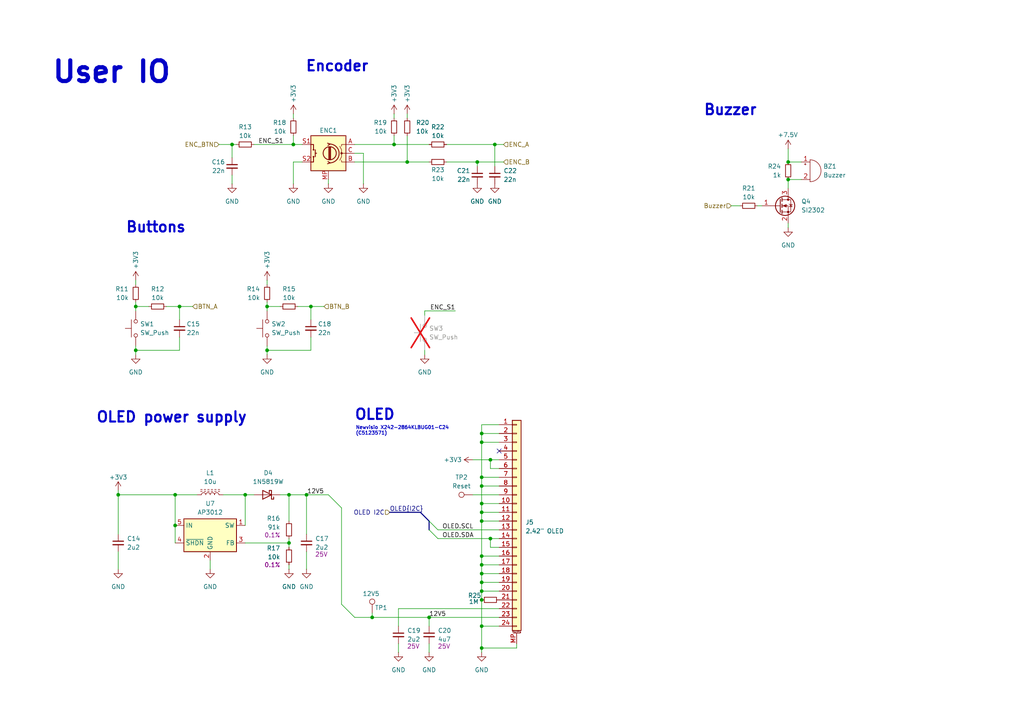
<source format=kicad_sch>
(kicad_sch (version 20241209) (generator "eeschema") (generator_version "9.0")
  (paper "A4")
  (lib_symbols
    (symbol "Connector:TestPoint" (pin_numbers (hide yes)) (pin_names (offset 0.762) (hide yes))
      (property "Reference" "TP" (at 0 6.858 0))
      (property "Value" "TestPoint" (at 0 5.08 0))
      (symbol "TestPoint_0_1"
        (circle (center 0 3.302) (radius 0.762))
      )
      (symbol "TestPoint_1_1"
        (pin passive line (at 0 0 90) (length 2.54) (name "1") (number "1"))
      )
    )
    (symbol "Connector_Generic_MountingPin:Conn_01x24_MountingPin" (pin_names (offset 1.016) (hide yes))
      (property "Reference" "J" (at 0 30.48 0))
      (property "Value" "Conn_01x24_MountingPin" (at 1.27 -33.02 0))
      (symbol "Conn_01x24_MountingPin_1_1"
        (rectangle (start -1.27 29.21) (end 1.27 -31.75) (stroke (width 0.254)) (fill (type background)))
        (rectangle (start -1.27 28.067) (end 0 27.813) (stroke (width 0.1524)))
        (rectangle (start -1.27 25.527) (end 0 25.273) (stroke (width 0.1524)))
        (rectangle (start -1.27 22.987) (end 0 22.733) (stroke (width 0.1524)))
        (rectangle (start -1.27 20.447) (end 0 20.193) (stroke (width 0.1524)))
        (rectangle (start -1.27 17.907) (end 0 17.653) (stroke (width 0.1524)))
        (rectangle (start -1.27 15.367) (end 0 15.113) (stroke (width 0.1524)))
        (rectangle (start -1.27 12.827) (end 0 12.573) (stroke (width 0.1524)))
        (rectangle (start -1.27 10.287) (end 0 10.033) (stroke (width 0.1524)))
        (rectangle (start -1.27 7.747) (end 0 7.493) (stroke (width 0.1524)))
        (rectangle (start -1.27 5.207) (end 0 4.953) (stroke (width 0.1524)))
        (rectangle (start -1.27 2.667) (end 0 2.413) (stroke (width 0.1524)))
        (rectangle (start -1.27 0.127) (end 0 -0.127) (stroke (width 0.1524)))
        (rectangle (start -1.27 -2.413) (end 0 -2.667) (stroke (width 0.1524)))
        (rectangle (start -1.27 -4.953) (end 0 -5.207) (stroke (width 0.1524)))
        (rectangle (start -1.27 -7.493) (end 0 -7.747) (stroke (width 0.1524)))
        (rectangle (start -1.27 -10.033) (end 0 -10.287) (stroke (width 0.1524)))
        (rectangle (start -1.27 -12.573) (end 0 -12.827) (stroke (width 0.1524)))
        (rectangle (start -1.27 -15.113) (end 0 -15.367) (stroke (width 0.1524)))
        (rectangle (start -1.27 -17.653) (end 0 -17.907) (stroke (width 0.1524)))
        (rectangle (start -1.27 -20.193) (end 0 -20.447) (stroke (width 0.1524)))
        (rectangle (start -1.27 -22.733) (end 0 -22.987) (stroke (width 0.1524)))
        (rectangle (start -1.27 -25.273) (end 0 -25.527) (stroke (width 0.1524)))
        (rectangle (start -1.27 -27.813) (end 0 -28.067) (stroke (width 0.1524)))
        (rectangle (start -1.27 -30.353) (end 0 -30.607) (stroke (width 0.1524)))
        (polyline (pts (xy -1.016 -32.512) (xy 1.016 -32.512)) (stroke (width 0.1524)))
        (text "Mounting" (at 0 -32.131 0) (effects (font (size 0.381 0.381))))
        (pin passive line (at -5.08 27.94 0) (length 3.81) (name "Pin_1") (number "1"))
        (pin passive line (at -5.08 25.4 0) (length 3.81) (name "Pin_2") (number "2"))
        (pin passive line (at -5.08 22.86 0) (length 3.81) (name "Pin_3") (number "3"))
        (pin passive line (at -5.08 20.32 0) (length 3.81) (name "Pin_4") (number "4"))
        (pin passive line (at -5.08 17.78 0) (length 3.81) (name "Pin_5") (number "5"))
        (pin passive line (at -5.08 15.24 0) (length 3.81) (name "Pin_6") (number "6"))
        (pin passive line (at -5.08 12.7 0) (length 3.81) (name "Pin_7") (number "7"))
        (pin passive line (at -5.08 10.16 0) (length 3.81) (name "Pin_8") (number "8"))
        (pin passive line (at -5.08 7.62 0) (length 3.81) (name "Pin_9") (number "9"))
        (pin passive line (at -5.08 5.08 0) (length 3.81) (name "Pin_10") (number "10"))
        (pin passive line (at -5.08 2.54 0) (length 3.81) (name "Pin_11") (number "11"))
        (pin passive line (at -5.08 0 0) (length 3.81) (name "Pin_12") (number "12"))
        (pin passive line (at -5.08 -2.54 0) (length 3.81) (name "Pin_13") (number "13"))
        (pin passive line (at -5.08 -5.08 0) (length 3.81) (name "Pin_14") (number "14"))
        (pin passive line (at -5.08 -7.62 0) (length 3.81) (name "Pin_15") (number "15"))
        (pin passive line (at -5.08 -10.16 0) (length 3.81) (name "Pin_16") (number "16"))
        (pin passive line (at -5.08 -12.7 0) (length 3.81) (name "Pin_17") (number "17"))
        (pin passive line (at -5.08 -15.24 0) (length 3.81) (name "Pin_18") (number "18"))
        (pin passive line (at -5.08 -17.78 0) (length 3.81) (name "Pin_19") (number "19"))
        (pin passive line (at -5.08 -20.32 0) (length 3.81) (name "Pin_20") (number "20"))
        (pin passive line (at -5.08 -22.86 0) (length 3.81) (name "Pin_21") (number "21"))
        (pin passive line (at -5.08 -25.4 0) (length 3.81) (name "Pin_22") (number "22"))
        (pin passive line (at -5.08 -27.94 0) (length 3.81) (name "Pin_23") (number "23"))
        (pin passive line (at -5.08 -30.48 0) (length 3.81) (name "Pin_24") (number "24"))
        (pin passive line (at 0 -35.56 90) (length 3.048) (name "MountPin") (number "MP"))
      )
    )
    (symbol "Device:Buzzer" (pin_names (offset 0.0254) (hide yes))
      (property "Reference" "BZ" (at 3.81 1.27 0))
      (property "Value" "Buzzer" (at 3.81 -1.27 0))
      (symbol "Buzzer_0_1"
        (polyline (pts (xy -1.651 1.905) (xy -1.143 1.905)))
        (polyline (pts (xy -1.397 2.159) (xy -1.397 1.651)))
        (arc (start 0 3.175) (mid 3.1612 0) (end 0 -3.175))
        (polyline (pts (xy 0 3.175) (xy 0 -3.175)))
      )
      (symbol "Buzzer_1_1"
        (pin passive line (at -2.54 2.54 0) (length 2.54) (name "+") (number "1"))
        (pin passive line (at -2.54 -2.54 0) (length 2.54) (name "-") (number "2"))
      )
    )
    (symbol "Device:C_Small" (pin_numbers (hide yes)) (pin_names (offset 0.254) (hide yes))
      (property "Reference" "C" (at 0.254 1.778 0))
      (property "Value" "C_Small" (at 0.254 -2.032 0))
      (symbol "C_Small_0_1"
        (polyline (pts (xy -1.524 0.508) (xy 1.524 0.508)) (stroke (width 0.3048)))
        (polyline (pts (xy -1.524 -0.508) (xy 1.524 -0.508)) (stroke (width 0.3302)))
      )
      (symbol "C_Small_1_1"
        (pin passive line (at 0 2.54 270) (length 2.032) (name "~") (number "1"))
        (pin passive line (at 0 -2.54 90) (length 2.032) (name "~") (number "2"))
      )
    )
    (symbol "Device:D_Schottky" (pin_numbers (hide yes)) (pin_names (offset 1.016) (hide yes))
      (property "Reference" "D" (at 0 2.54 0))
      (property "Value" "D_Schottky" (at 0 -2.54 0))
      (symbol "D_Schottky_0_1"
        (polyline (pts (xy -1.905 0.635) (xy -1.905 1.27) (xy -1.27 1.27) (xy -1.27 -1.27) (xy -0.635 -1.27) (xy -0.635 -0.635)) (stroke (width 0.254)))
        (polyline (pts (xy 1.27 1.27) (xy 1.27 -1.27) (xy -1.27 0) (xy 1.27 1.27)) (stroke (width 0.254)))
        (polyline (pts (xy 1.27 0) (xy -1.27 0)))
      )
      (symbol "D_Schottky_1_1"
        (pin passive line (at -3.81 0 0) (length 2.54) (name "K") (number "1"))
        (pin passive line (at 3.81 0 180) (length 2.54) (name "A") (number "2"))
      )
    )
    (symbol "Device:L_Ferrite" (pin_numbers (hide yes)) (pin_names (offset 1.016) (hide yes))
      (property "Reference" "L" (at -1.27 0 90))
      (property "Value" "L_Ferrite" (at 2.794 0 90))
      (symbol "L_Ferrite_0_1"
        (arc (start 0 2.54) (mid 0.6323 1.905) (end 0 1.27))
        (arc (start 0 1.27) (mid 0.6323 0.635) (end 0 0))
        (arc (start 0 0) (mid 0.6323 -0.635) (end 0 -1.27))
        (arc (start 0 -1.27) (mid 0.6323 -1.905) (end 0 -2.54))
        (polyline (pts (xy 1.016 2.286) (xy 1.016 2.794)))
        (polyline (pts (xy 1.016 1.27) (xy 1.016 1.778)))
        (polyline (pts (xy 1.016 0.254) (xy 1.016 0.762)))
        (polyline (pts (xy 1.016 -0.762) (xy 1.016 -0.254)))
        (polyline (pts (xy 1.016 -1.778) (xy 1.016 -1.27)))
        (polyline (pts (xy 1.016 -2.794) (xy 1.016 -2.286)))
        (polyline (pts (xy 1.524 2.794) (xy 1.524 2.286)))
        (polyline (pts (xy 1.524 1.778) (xy 1.524 1.27)))
        (polyline (pts (xy 1.524 0.762) (xy 1.524 0.254)))
        (polyline (pts (xy 1.524 -0.254) (xy 1.524 -0.762)))
        (polyline (pts (xy 1.524 -1.27) (xy 1.524 -1.778)))
        (polyline (pts (xy 1.524 -2.286) (xy 1.524 -2.794)))
      )
      (symbol "L_Ferrite_1_1"
        (pin passive line (at 0 3.81 270) (length 1.27) (name "1") (number "1"))
        (pin passive line (at 0 -3.81 90) (length 1.27) (name "2") (number "2"))
      )
    )
    (symbol "Device:Q_NMOS_GSD" (pin_names (offset 0) (hide yes))
      (property "Reference" "Q" (at 5.08 1.27 0))
      (property "Value" "Q_NMOS_GSD" (at 5.08 -1.27 0))
      (symbol "Q_NMOS_GSD_0_1"
        (polyline (pts (xy 0.254 1.905) (xy 0.254 -1.905)) (stroke (width 0.254)))
        (polyline (pts (xy 0.254 0) (xy -2.54 0)))
        (polyline (pts (xy 0.762 2.286) (xy 0.762 1.27)) (stroke (width 0.254)))
        (polyline (pts (xy 0.762 0.508) (xy 0.762 -0.508)) (stroke (width 0.254)))
        (polyline (pts (xy 0.762 -1.27) (xy 0.762 -2.286)) (stroke (width 0.254)))
        (polyline (pts (xy 0.762 -1.778) (xy 3.302 -1.778) (xy 3.302 1.778) (xy 0.762 1.778)))
        (polyline (pts (xy 1.016 0) (xy 2.032 0.381) (xy 2.032 -0.381) (xy 1.016 0)) (fill (type outline)))
        (circle (center 1.651 0) (radius 2.794) (stroke (width 0.254)))
        (polyline (pts (xy 2.54 2.54) (xy 2.54 1.778)))
        (circle (center 2.54 1.778) (radius 0.254) (fill (type outline)))
        (circle (center 2.54 -1.778) (radius 0.254) (fill (type outline)))
        (polyline (pts (xy 2.54 -2.54) (xy 2.54 0) (xy 0.762 0)))
        (polyline (pts (xy 2.794 0.508) (xy 2.921 0.381) (xy 3.683 0.381) (xy 3.81 0.254)))
        (polyline (pts (xy 3.302 0.381) (xy 2.921 -0.254) (xy 3.683 -0.254) (xy 3.302 0.381)))
      )
      (symbol "Q_NMOS_GSD_1_1"
        (pin input line (at -5.08 0 0) (length 2.54) (name "G") (number "1"))
        (pin passive line (at 2.54 5.08 270) (length 2.54) (name "D") (number "3"))
        (pin passive line (at 2.54 -5.08 90) (length 2.54) (name "S") (number "2"))
      )
    )
    (symbol "Device:R_Small" (pin_numbers (hide yes)) (pin_names (offset 0.254) (hide yes))
      (property "Reference" "R" (at 0.762 0.508 0))
      (property "Value" "R_Small" (at 0.762 -1.016 0))
      (symbol "R_Small_0_1"
        (rectangle (start -0.762 1.778) (end 0.762 -1.778) (stroke (width 0.2032)))
      )
      (symbol "R_Small_1_1"
        (pin passive line (at 0 2.54 270) (length 0.762) (name "~") (number "1"))
        (pin passive line (at 0 -2.54 90) (length 0.762) (name "~") (number "2"))
      )
    )
    (symbol "Device:RotaryEncoder_Switch_MP" (pin_names (offset 0.254) (hide yes))
      (property "Reference" "SW" (at 0 8.89 0))
      (property "Value" "RotaryEncoder_Switch_MP" (at 0 6.35 0))
      (symbol "RotaryEncoder_Switch_MP_0_1"
        (rectangle (start -5.08 5.08) (end 5.08 -5.08) (stroke (width 0.254)) (fill (type background)))
        (polyline (pts (xy -5.08 2.54) (xy -3.81 2.54) (xy -3.81 2.032)))
        (polyline (pts (xy -5.08 0) (xy -3.81 0) (xy -3.81 -1.016) (xy -3.302 -2.032)))
        (polyline (pts (xy -5.08 -2.54) (xy -3.81 -2.54) (xy -3.81 -2.032)))
        (polyline (pts (xy -4.318 0) (xy -3.81 0) (xy -3.81 1.016) (xy -3.302 2.032)))
        (circle (center -3.81 0) (radius 0.254) (fill (type outline)))
        (polyline (pts (xy -0.635 -1.778) (xy -0.635 1.778)) (stroke (width 0.254)))
        (circle (center -0.381 0) (radius 1.905) (stroke (width 0.254)))
        (polyline (pts (xy -0.381 -1.778) (xy -0.381 1.778)) (stroke (width 0.254)))
        (arc (start -0.381 -2.794) (mid -3.0988 -0.0635) (end -0.381 2.667) (stroke (width 0.254)))
        (polyline (pts (xy -0.127 1.778) (xy -0.127 -1.778)) (stroke (width 0.254)))
        (polyline (pts (xy 0.254 2.921) (xy -0.508 2.667) (xy 0.127 2.286)) (stroke (width 0.254)))
        (polyline (pts (xy 0.254 -3.048) (xy -0.508 -2.794) (xy 0.127 -2.413)) (stroke (width 0.254)))
        (polyline (pts (xy 3.81 1.016) (xy 3.81 -1.016)) (stroke (width 0.254)))
        (polyline (pts (xy 3.81 0) (xy 3.429 0)) (stroke (width 0.254)))
        (circle (center 4.318 1.016) (radius 0.127) (stroke (width 0.254)))
        (circle (center 4.318 -1.016) (radius 0.127) (stroke (width 0.254)))
        (polyline (pts (xy 5.08 2.54) (xy 4.318 2.54) (xy 4.318 1.016)) (stroke (width 0.254)))
        (polyline (pts (xy 5.08 -2.54) (xy 4.318 -2.54) (xy 4.318 -1.016)) (stroke (width 0.254)))
      )
      (symbol "RotaryEncoder_Switch_MP_1_1"
        (pin passive line (at -7.62 2.54 0) (length 2.54) (name "A") (number "A"))
        (pin passive line (at -7.62 0 0) (length 2.54) (name "C") (number "C"))
        (pin passive line (at -7.62 -2.54 0) (length 2.54) (name "B") (number "B"))
        (pin passive line (at 0 -7.62 90) (length 2.54) (name "MP") (number "MP"))
        (pin passive line (at 7.62 2.54 180) (length 2.54) (name "S1") (number "S1"))
        (pin passive line (at 7.62 -2.54 180) (length 2.54) (name "S2") (number "S2"))
      )
    )
    (symbol "Regulator_Switching:AP3012"
      (property "Reference" "U" (at -7.62 5.715 0))
      (property "Value" "AP3012" (at 0 5.715 0))
      (symbol "AP3012_0_1"
        (rectangle (start -7.62 4.445) (end 7.62 -5.08) (stroke (width 0.254)) (fill (type background)))
      )
      (symbol "AP3012_1_1"
        (pin power_in line (at -10.16 2.54 0) (length 2.54) (name "IN") (number "5"))
        (pin input line (at -10.16 -2.54 0) (length 2.54) (name "~{SHDN}") (number "4"))
        (pin power_in line (at 0 -7.62 90) (length 2.54) (name "GND") (number "2"))
        (pin passive line (at 10.16 2.54 180) (length 2.54) (name "SW") (number "1"))
        (pin input line (at 10.16 -2.54 180) (length 2.54) (name "FB") (number "3"))
      )
    )
    (symbol "Switch:SW_Push" (pin_numbers (hide yes)) (pin_names (offset 1.016) (hide yes))
      (property "Reference" "SW" (at 1.27 2.54 0))
      (property "Value" "SW_Push" (at 0 -1.524 0))
      (symbol "SW_Push_0_1"
        (circle (center -2.032 0) (radius 0.508))
        (polyline (pts (xy 0 1.27) (xy 0 3.048)))
        (circle (center 2.032 0) (radius 0.508))
        (polyline (pts (xy 2.54 1.27) (xy -2.54 1.27)))
        (pin passive line (at -5.08 0 0) (length 2.54) (name "1") (number "1"))
        (pin passive line (at 5.08 0 180) (length 2.54) (name "2") (number "2"))
      )
    )
    (symbol "power:+12V" (power) (pin_numbers (hide yes)) (pin_names (offset 0) (hide yes))
      (property "Value" "+12V" (at 0 3.556 0))
      (symbol "+12V_0_1"
        (polyline (pts (xy -0.762 1.27) (xy 0 2.54)))
        (polyline (pts (xy 0 2.54) (xy 0.762 1.27)))
        (polyline (pts (xy 0 0) (xy 0 2.54)))
      )
      (symbol "+12V_1_1"
        (pin power_in line (at 0 0 90) (length 0) (name "~") (number "1"))
      )
    )
    (symbol "power:+3V3" (power) (pin_numbers (hide yes)) (pin_names (offset 0) (hide yes))
      (property "Value" "+3V3" (at 0 3.556 0))
      (symbol "+3V3_0_1"
        (polyline (pts (xy -0.762 1.27) (xy 0 2.54)))
        (polyline (pts (xy 0 2.54) (xy 0.762 1.27)))
        (polyline (pts (xy 0 0) (xy 0 2.54)))
      )
      (symbol "+3V3_1_1"
        (pin power_in line (at 0 0 90) (length 0) (name "~") (number "1"))
      )
    )
    (symbol "power:GND" (power) (pin_numbers (hide yes)) (pin_names (offset 0) (hide yes))
      (property "Value" "GND" (at 0 -3.81 0))
      (symbol "GND_0_1"
        (polyline (pts (xy 0 0) (xy 0 -1.27) (xy 1.27 -1.27) (xy 0 -2.54) (xy -1.27 -1.27) (xy 0 -1.27)))
      )
      (symbol "GND_1_1"
        (pin power_in line (at 0 0 270) (length 0) (name "~") (number "1"))
      )
    )
  )
  (bus_alias "I2C" (members "SCL" "SDA"))
  (text "Encoder" (at 97.79 19.304 0) (effects (font (size 3 3) (bold yes))))
  (text "OLED power supply" (at 49.784 121.158 0) (effects (font (size 3 3) (bold yes))))
  (text "User IO" (at 14.732 17.526 0) (effects (font (size 6 6) (bold yes)) (justify left top)))
  (text "OLED" (at 108.712 120.396 0) (effects (font (size 3 3) (bold yes))))
  (text "Buttons" (at 45.212 66.04 0) (effects (font (size 3 3) (bold yes))))
  (text "Newvisio X242-2864KLBUG01-C24\n(C5123571)" (at 103.124 124.968 0) (effects (font (size 1 1) (bold yes)) (justify left)))
  (text "Buzzer" (at 211.836 32.004 0) (effects (font (size 3 3) (bold yes))))
  (junction (at 118.11 46.99))
  (junction (at 139.7 168.91))
  (junction (at 139.7 151.13))
  (junction (at 39.37 101.6))
  (junction (at 114.3 41.91))
  (junction (at 50.8 152.4))
  (junction (at 139.7 163.83))
  (junction (at 142.24 133.35))
  (junction (at 139.7 166.37))
  (junction (at 143.51 41.91))
  (junction (at 228.6 46.99))
  (junction (at 85.09 41.91))
  (junction (at 139.7 140.97))
  (junction (at 139.7 125.73))
  (junction (at 139.7 148.59))
  (junction (at 228.6 52.07))
  (junction (at 83.82 143.51))
  (junction (at 77.47 88.9))
  (junction (at 71.12 143.51))
  (junction (at 88.9 143.51))
  (junction (at 142.24 156.21))
  (junction (at 77.47 101.6))
  (junction (at 39.37 88.9))
  (junction (at 83.82 157.48))
  (junction (at 139.7 171.45))
  (junction (at 139.7 161.29))
  (junction (at 139.7 128.27))
  (junction (at 107.95 179.07))
  (junction (at 139.7 187.96))
  (junction (at 34.29 143.51))
  (junction (at 124.46 179.07))
  (junction (at 90.17 88.9))
  (junction (at 139.7 181.61))
  (junction (at 139.7 138.43))
  (junction (at 67.31 41.91))
  (junction (at 52.07 88.9))
  (junction (at 139.7 173.99))
  (junction (at 139.7 146.05))
  (junction (at 138.43 46.99))
  (junction (at 50.8 143.51))
  (no_connect (at 144.78 130.81))
  (bus_entry (at 124.46 151.13) (size 2.54 2.54))
  (bus_entry (at 124.46 153.67) (size 2.54 2.54))
  (wire (pts (xy 88.9 143.51) (xy 95.25 143.51)))
  (wire (pts (xy 146.05 46.99) (xy 138.43 46.99)))
  (wire (pts (xy 139.7 161.29) (xy 139.7 163.83)))
  (wire (pts (xy 118.11 46.99) (xy 124.46 46.99)))
  (wire (pts (xy 39.37 88.9) (xy 43.18 88.9)))
  (wire (pts (xy 212.09 59.69) (xy 214.63 59.69)))
  (wire (pts (xy 219.71 59.69) (xy 220.98 59.69)))
  (wire (pts (xy 83.82 143.51) (xy 83.82 151.13)))
  (wire (pts (xy 71.12 143.51) (xy 71.12 152.4)))
  (bus (pts (xy 124.46 151.13) (xy 124.46 153.67)))
  (wire (pts (xy 50.8 143.51) (xy 50.8 152.4)))
  (wire (pts (xy 52.07 88.9) (xy 52.07 92.71)))
  (bus (pts (xy 124.46 151.13) (xy 121.92 148.59)))
  (wire (pts (xy 88.9 160.02) (xy 88.9 165.1)))
  (wire (pts (xy 149.86 187.96) (xy 149.86 186.69)))
  (wire (pts (xy 85.09 46.99) (xy 87.63 46.99)))
  (wire (pts (xy 34.29 142.24) (xy 34.29 143.51)))
  (wire (pts (xy 90.17 88.9) (xy 93.98 88.9)))
  (wire (pts (xy 39.37 88.9) (xy 39.37 90.17)))
  (wire (pts (xy 50.8 152.4) (xy 50.8 157.48)))
  (wire (pts (xy 83.82 157.48) (xy 83.82 158.75)))
  (wire (pts (xy 107.95 179.07) (xy 124.46 179.07)))
  (wire (pts (xy 118.11 33.02) (xy 118.11 34.29)))
  (wire (pts (xy 115.57 176.53) (xy 144.78 176.53)))
  (wire (pts (xy 77.47 102.87) (xy 77.47 101.6)))
  (wire (pts (xy 39.37 81.28) (xy 39.37 82.55)))
  (wire (pts (xy 85.09 33.02) (xy 85.09 34.29)))
  (wire (pts (xy 139.7 163.83) (xy 144.78 163.83)))
  (wire (pts (xy 127 153.67) (xy 144.78 153.67)))
  (wire (pts (xy 139.7 171.45) (xy 139.7 173.99)))
  (wire (pts (xy 52.07 101.6) (xy 52.07 97.79)))
  (wire (pts (xy 77.47 88.9) (xy 81.28 88.9)))
  (wire (pts (xy 39.37 100.33) (xy 39.37 101.6)))
  (wire (pts (xy 114.3 33.02) (xy 114.3 34.29)))
  (wire (pts (xy 142.24 133.35) (xy 144.78 133.35)))
  (wire (pts (xy 124.46 41.91) (xy 114.3 41.91)))
  (wire (pts (xy 95.25 53.34) (xy 95.25 52.07)))
  (bus (pts (xy 113.03 148.59) (xy 121.92 148.59)))
  (wire (pts (xy 142.24 135.89) (xy 144.78 135.89)))
  (wire (pts (xy 73.66 143.51) (xy 71.12 143.51)))
  (wire (pts (xy 124.46 179.07) (xy 144.78 179.07)))
  (wire (pts (xy 114.3 39.37) (xy 114.3 41.91)))
  (wire (pts (xy 139.7 128.27) (xy 139.7 138.43)))
  (wire (pts (xy 228.6 52.07) (xy 232.41 52.07)))
  (wire (pts (xy 139.7 171.45) (xy 144.78 171.45)))
  (wire (pts (xy 129.54 41.91) (xy 143.51 41.91)))
  (wire (pts (xy 77.47 88.9) (xy 77.47 90.17)))
  (wire (pts (xy 85.09 39.37) (xy 85.09 41.91)))
  (wire (pts (xy 48.26 88.9) (xy 52.07 88.9)))
  (wire (pts (xy 85.09 46.99) (xy 85.09 53.34)))
  (wire (pts (xy 139.7 146.05) (xy 139.7 148.59)))
  (wire (pts (xy 137.16 143.51) (xy 144.78 143.51)))
  (wire (pts (xy 138.43 46.99) (xy 138.43 48.26)))
  (wire (pts (xy 228.6 46.99) (xy 232.41 46.99)))
  (wire (pts (xy 139.7 128.27) (xy 144.78 128.27)))
  (wire (pts (xy 99.06 147.32) (xy 95.25 143.51)))
  (wire (pts (xy 102.87 46.99) (xy 118.11 46.99)))
  (wire (pts (xy 123.19 102.87) (xy 123.19 101.6)))
  (wire (pts (xy 39.37 87.63) (xy 39.37 88.9)))
  (wire (pts (xy 102.87 179.07) (xy 107.95 179.07)))
  (wire (pts (xy 139.7 123.19) (xy 144.78 123.19)))
  (wire (pts (xy 90.17 88.9) (xy 90.17 92.71)))
  (wire (pts (xy 139.7 151.13) (xy 139.7 161.29)))
  (wire (pts (xy 143.51 41.91) (xy 143.51 48.26)))
  (wire (pts (xy 139.7 181.61) (xy 139.7 187.96)))
  (wire (pts (xy 139.7 125.73) (xy 144.78 125.73)))
  (wire (pts (xy 77.47 81.28) (xy 77.47 82.55)))
  (wire (pts (xy 139.7 125.73) (xy 139.7 128.27)))
  (wire (pts (xy 90.17 101.6) (xy 90.17 97.79)))
  (wire (pts (xy 139.7 161.29) (xy 144.78 161.29)))
  (wire (pts (xy 118.11 39.37) (xy 118.11 46.99)))
  (wire (pts (xy 139.7 187.96) (xy 139.7 189.23)))
  (wire (pts (xy 39.37 101.6) (xy 52.07 101.6)))
  (wire (pts (xy 115.57 176.53) (xy 115.57 181.61)))
  (wire (pts (xy 88.9 143.51) (xy 88.9 154.94)))
  (wire (pts (xy 123.19 90.17) (xy 123.19 91.44)))
  (wire (pts (xy 83.82 143.51) (xy 88.9 143.51)))
  (wire (pts (xy 83.82 156.21) (xy 83.82 157.48)))
  (wire (pts (xy 67.31 41.91) (xy 67.31 45.72)))
  (wire (pts (xy 60.96 165.1) (xy 60.96 162.56)))
  (wire (pts (xy 127 156.21) (xy 142.24 156.21)))
  (wire (pts (xy 139.7 151.13) (xy 144.78 151.13)))
  (wire (pts (xy 34.29 143.51) (xy 34.29 154.94)))
  (wire (pts (xy 228.6 52.07) (xy 228.6 54.61)))
  (wire (pts (xy 139.7 166.37) (xy 139.7 168.91)))
  (wire (pts (xy 142.24 158.75) (xy 144.78 158.75)))
  (wire (pts (xy 139.7 138.43) (xy 139.7 140.97)))
  (wire (pts (xy 139.7 187.96) (xy 149.86 187.96)))
  (wire (pts (xy 52.07 88.9) (xy 55.88 88.9)))
  (wire (pts (xy 102.87 179.07) (xy 99.06 175.26)))
  (wire (pts (xy 86.36 88.9) (xy 90.17 88.9)))
  (wire (pts (xy 67.31 53.34) (xy 67.31 50.8)))
  (wire (pts (xy 83.82 163.83) (xy 83.82 165.1)))
  (wire (pts (xy 124.46 181.61) (xy 124.46 179.07)))
  (wire (pts (xy 228.6 43.18) (xy 228.6 46.99)))
  (wire (pts (xy 139.7 181.61) (xy 144.78 181.61)))
  (wire (pts (xy 105.41 44.45) (xy 105.41 53.34)))
  (wire (pts (xy 139.7 148.59) (xy 144.78 148.59)))
  (wire (pts (xy 67.31 41.91) (xy 68.58 41.91)))
  (wire (pts (xy 34.29 143.51) (xy 50.8 143.51)))
  (wire (pts (xy 99.06 175.26) (xy 99.06 147.32)))
  (wire (pts (xy 139.7 140.97) (xy 139.7 146.05)))
  (wire (pts (xy 81.28 143.51) (xy 83.82 143.51)))
  (wire (pts (xy 142.24 156.21) (xy 142.24 158.75)))
  (wire (pts (xy 123.19 90.17) (xy 132.08 90.17)))
  (wire (pts (xy 102.87 41.91) (xy 114.3 41.91)))
  (wire (pts (xy 139.7 146.05) (xy 144.78 146.05)))
  (wire (pts (xy 77.47 101.6) (xy 90.17 101.6)))
  (wire (pts (xy 139.7 168.91) (xy 144.78 168.91)))
  (wire (pts (xy 63.5 41.91) (xy 67.31 41.91)))
  (wire (pts (xy 142.24 156.21) (xy 144.78 156.21)))
  (wire (pts (xy 39.37 102.87) (xy 39.37 101.6)))
  (wire (pts (xy 77.47 100.33) (xy 77.47 101.6)))
  (wire (pts (xy 64.77 143.51) (xy 71.12 143.51)))
  (wire (pts (xy 107.95 177.8) (xy 107.95 179.07)))
  (wire (pts (xy 34.29 165.1) (xy 34.29 160.02)))
  (wire (pts (xy 50.8 143.51) (xy 57.15 143.51)))
  (wire (pts (xy 142.24 133.35) (xy 142.24 135.89)))
  (wire (pts (xy 143.51 41.91) (xy 146.05 41.91)))
  (wire (pts (xy 77.47 87.63) (xy 77.47 88.9)))
  (wire (pts (xy 85.09 41.91) (xy 87.63 41.91)))
  (wire (pts (xy 139.7 148.59) (xy 139.7 151.13)))
  (wire (pts (xy 129.54 46.99) (xy 138.43 46.99)))
  (wire (pts (xy 228.6 66.04) (xy 228.6 64.77)))
  (wire (pts (xy 137.16 133.35) (xy 142.24 133.35)))
  (wire (pts (xy 139.7 140.97) (xy 144.78 140.97)))
  (wire (pts (xy 139.7 138.43) (xy 144.78 138.43)))
  (wire (pts (xy 73.66 41.91) (xy 85.09 41.91)))
  (wire (pts (xy 71.12 157.48) (xy 83.82 157.48)))
  (wire (pts (xy 124.46 186.69) (xy 124.46 189.23)))
  (wire (pts (xy 102.87 44.45) (xy 105.41 44.45)))
  (wire (pts (xy 139.7 125.73) (xy 139.7 123.19)))
  (wire (pts (xy 139.7 166.37) (xy 144.78 166.37)))
  (wire (pts (xy 115.57 186.69) (xy 115.57 189.23)))
  (wire (pts (xy 139.7 173.99) (xy 139.7 181.61)))
  (wire (pts (xy 139.7 163.83) (xy 139.7 166.37)))
  (wire (pts (xy 139.7 168.91) (xy 139.7 171.45)))
  (label "OLED.SCL" (at 128.27 153.67 0))
  (label "OLED.SDA" (at 128.27 156.21 0))
  (label "12V5" (at 124.46 179.07 0))
  (label "ENC_S1" (at 132.08 90.17 180))
  (label "ENC_S1" (at 74.93 41.91 0))
  (label "OLED{I2C}" (at 113.03 148.59 0))
  (label "12V5" (at 93.98 143.51 180))
  (hierarchical_label "Buzzer" (shape input) (at 212.09 59.69 180))
  (hierarchical_label "ENC_BTN" (shape input) (at 63.5 41.91 180))
  (hierarchical_label "BTN_A" (shape input) (at 55.88 88.9 0))
  (hierarchical_label "ENC_B" (shape input) (at 146.05 46.99 0))
  (hierarchical_label "ENC_A" (shape input) (at 146.05 41.91 0))
  (hierarchical_label "BTN_B" (shape input) (at 93.98 88.9 0))
  (hierarchical_label "OLED I2C" (shape input) (at 113.03 148.59 180))
  (symbol (lib_id "Device:R_Small") (at 85.09 36.83 0) (unit 1)
    (property "Reference" "R18" (at 83.058 35.56 0) (effects (justify right)))
    (property "Value" "10k" (at 83.058 38.1 0) (effects (justify right)))
    (property "Footprint" "Resistor_SMD:R_0603_1608Metric" (effects (hide yes)))
    (property "Description" "Resistor, small symbol" (effects (hide yes)))
    (property "LCSC" "C95204" (effects (hide yes)))
  )
  (symbol (lib_id "power:+3V3") (at 34.29 142.24 0) (unit 1)
    (property "Reference" "#PWR035" (effects (hide yes)))
    (property "Value" "+3V3" (at 34.29 138.43 0))
    (property "Description" "Power symbol creates a global label with name \"+3V3\"" (effects (hide yes)))
  )
  (symbol (lib_id "power:GND") (at 77.47 102.87 0) (unit 1)
    (property "Reference" "#PWR042" (effects (hide yes)))
    (property "Value" "GND" (at 77.47 107.95 0))
    (property "Description" "Power symbol creates a global label with name \"GND\" , ground" (effects (hide yes)))
  )
  (symbol (lib_id "Device:RotaryEncoder_Switch_MP") (at 95.25 44.45 0) (mirror y) (unit 1)
    (property "Reference" "ENC1" (at 95.25 37.846 0))
    (property "Value" "RotaryEncoder_Switch_MP" (effects (hide yes)))
    (property "Footprint" "jxsolder:RotaryEncoder_Bourns_Vertical_PEC12R-3x17F-Sxxxx" (effects (hide yes)))
    (property "Description" "Rotary encoder, dual channel, incremental quadrate outputs, with switch and MP Pin" (effects (hide yes)))
    (property "LCSC" "C143801" (effects (hide yes)))
  )
  (symbol (lib_id "power:GND") (at 143.51 53.34 0) (unit 1)
    (property "Reference" "#PWR058" (effects (hide yes)))
    (property "Value" "GND" (at 143.51 58.42 0))
    (property "Description" "Power symbol creates a global label with name \"GND\" , ground" (effects (hide yes)))
  )
  (symbol (lib_id "Device:D_Schottky") (at 77.47 143.51 180) (unit 1)
    (property "Reference" "D4" (at 77.7875 137.16 0))
    (property "Value" "1N5819W" (at 77.7875 139.7 0))
    (property "Footprint" "Diode_SMD:D_SOD-123" (effects (hide yes)))
    (property "Description" "Schottky diode" (effects (hide yes)))
    (property "LCSC" "C727115" (effects (hide yes)))
  )
  (symbol (lib_id "power:GND") (at 34.29 165.1 0) (unit 1)
    (property "Reference" "#PWR036" (effects (hide yes)))
    (property "Value" "GND" (at 34.29 170.18 0))
    (property "Description" "Power symbol creates a global label with name \"GND\" , ground" (effects (hide yes)))
  )
  (symbol (lib_id "Device:Buzzer") (at 234.95 49.53 0) (unit 1)
    (property "Reference" "BZ1" (at 238.76 48.2599 0) (effects (justify left)))
    (property "Value" "Buzzer" (at 238.76 50.7999 0) (effects (justify left)))
    (property "Footprint" "Buzzer_Beeper:Buzzer_Murata_PKMCS0909E" (effects (hide yes)))
    (property "Description" "Buzzer, polarized" (effects (hide yes)))
    (property "LCSC" "C910763" (effects (hide yes)))
  )
  (symbol (lib_id "power:+12V") (at 228.6 43.18 0) (unit 1)
    (property "Reference" "#PWR053" (effects (hide yes)))
    (property "Value" "+7.5V" (at 225.552 39.116 0) (effects (justify left)))
    (property "Description" "Power symbol creates a global label with name \"+7.5V\"" (effects (hide yes)))
  )
  (symbol (lib_id "Device:R_Small") (at 71.12 41.91 90) (unit 1)
    (property "Reference" "R13" (at 71.12 36.83 90))
    (property "Value" "10k" (at 71.12 39.37 90))
    (property "Footprint" "Resistor_SMD:R_0603_1608Metric" (effects (hide yes)))
    (property "Description" "Resistor, small symbol" (effects (hide yes)))
    (property "LCSC" "C95204" (effects (hide yes)))
  )
  (symbol (lib_id "Device:R_Small") (at 127 46.99 270) (unit 1)
    (property "Reference" "R23" (at 127 49.276 90))
    (property "Value" "10k" (at 127 51.816 90))
    (property "Footprint" "Resistor_SMD:R_0603_1608Metric" (effects (hide yes)))
    (property "Description" "Resistor, small symbol" (effects (hide yes)))
    (property "LCSC" "C95204" (effects (hide yes)))
  )
  (symbol (lib_id "Connector:TestPoint") (at 137.16 143.51 90) (unit 1) (in_bom no)
    (property "Reference" "TP2" (at 133.858 138.43 90))
    (property "Value" "Reset" (at 133.858 140.97 90))
    (property "Footprint" "TestPoint:TestPoint_Pad_D1.0mm" (effects (hide yes)))
    (property "Description" "test point" (effects (hide yes)))
  )
  (symbol (lib_id "power:GND") (at 105.41 53.34 0) (unit 1)
    (property "Reference" "#PWR048" (effects (hide yes)))
    (property "Value" "GND" (at 105.41 58.42 0))
    (property "Description" "Power symbol creates a global label with name \"GND\" , ground" (effects (hide yes)))
  )
  (symbol (lib_id "Device:Q_NMOS_GSD") (at 226.06 59.69 0) (unit 1)
    (property "Reference" "Q4" (at 232.41 58.4199 0) (effects (justify left)))
    (property "Value" "SI2302" (at 232.41 60.9599 0) (effects (justify left)))
    (property "Footprint" "Package_TO_SOT_SMD:TSOT-23" (effects (hide yes)))
    (property "Description" "N-MOSFET transistor, gate/source/drain" (effects (hide yes)))
    (property "LCSC" "C5310967" (effects (hide yes)))
  )
  (symbol (lib_id "Device:R_Small") (at 83.82 161.29 0) (mirror y) (unit 1)
    (property "Reference" "R17" (at 81.28 159.004 0) (effects (justify left)))
    (property "Value" "10k" (at 81.28 161.544 0) (effects (justify left)))
    (property "Footprint" "Resistor_SMD:R_0603_1608Metric" (effects (hide yes)))
    (property "Description" "Resistor, small symbol" (effects (hide yes)))
    (property "LCSC" "C95204" (effects (hide yes)))
    (property "Tolerance" "0.1%" (at 78.994 163.83 0))
  )
  (symbol (lib_id "Device:R_Small") (at 118.11 36.83 0) (unit 1)
    (property "Reference" "R20" (at 120.65 35.5599 0) (effects (justify left)))
    (property "Value" "10k" (at 120.65 38.0999 0) (effects (justify left)))
    (property "Footprint" "Resistor_SMD:R_0603_1608Metric" (effects (hide yes)))
    (property "Description" "Resistor, small symbol" (effects (hide yes)))
    (property "LCSC" "C95204" (effects (hide yes)))
  )
  (symbol (lib_id "Device:R_Small") (at 45.72 88.9 90) (unit 1)
    (property "Reference" "R12" (at 45.72 83.82 90))
    (property "Value" "10k" (at 45.72 86.36 90))
    (property "Footprint" "Resistor_SMD:R_0603_1608Metric" (effects (hide yes)))
    (property "Description" "Resistor, small symbol" (effects (hide yes)))
    (property "LCSC" "C95204" (effects (hide yes)))
  )
  (symbol (lib_id "Device:R_Small") (at 114.3 36.83 0) (unit 1)
    (property "Reference" "R19" (at 112.268 35.56 0) (effects (justify right)))
    (property "Value" "10k" (at 112.268 38.1 0) (effects (justify right)))
    (property "Footprint" "Resistor_SMD:R_0603_1608Metric" (effects (hide yes)))
    (property "Description" "Resistor, small symbol" (effects (hide yes)))
    (property "LCSC" "C95204" (effects (hide yes)))
  )
  (symbol (lib_id "power:+3V3") (at 77.47 81.28 0) (unit 1)
    (property "Reference" "#PWR041" (effects (hide yes)))
    (property "Value" "+3V3" (at 77.47 75.438 90))
    (property "Description" "Power symbol creates a global label with name \"+3V3\"" (effects (hide yes)))
  )
  (symbol (lib_id "power:GND") (at 95.25 53.34 0) (unit 1)
    (property "Reference" "#PWR047" (effects (hide yes)))
    (property "Value" "GND" (at 95.25 58.42 0))
    (property "Description" "Power symbol creates a global label with name \"GND\" , ground" (effects (hide yes)))
  )
  (symbol (lib_id "Regulator_Switching:AP3012") (at 60.96 154.94 0) (unit 1)
    (property "Reference" "U7" (at 60.96 146.05 0))
    (property "Value" "AP3012" (at 60.96 148.59 0))
    (property "Footprint" "Package_TO_SOT_SMD:SOT-23-5" (effects (hide yes)))
    (property "Datasheet" "https://www.diodes.com/assets/Datasheets/AP3012.pdf" (effects (hide yes)))
    (property "Description" "500mA, Adjustable Step-Up Voltage Regulator, 1.5MHz Frequency, SOT-23-5" (effects (hide yes)))
    (property "LCSC" "C102618" (effects (hide yes)))
  )
  (symbol (lib_id "Device:C_Small") (at 115.57 184.15 0) (unit 1)
    (property "Reference" "C19" (at 118.11 182.8862 0) (effects (justify left)))
    (property "Value" "2u2" (at 118.11 185.4262 0) (effects (justify left)))
    (property "Footprint" "Capacitor_SMD:C_0603_1608Metric" (effects (hide yes)))
    (property "Description" "Unpolarized capacitor, small symbol" (effects (hide yes)))
    (property "Voltage" "25V" (at 119.888 187.452 0))
    (property "LCSC" "C57895" (effects (hide yes)))
  )
  (symbol (lib_id "Device:R_Small") (at 228.6 49.53 0) (unit 1)
    (property "Reference" "R24" (at 226.568 48.26 0) (effects (justify right)))
    (property "Value" "1k" (at 226.568 50.8 0) (effects (justify right)))
    (property "Footprint" "Resistor_SMD:R_0603_1608Metric" (effects (hide yes)))
    (property "Description" "Resistor, small symbol" (effects (hide yes)))
    (property "LCSC" "C22548" (effects (hide yes)))
  )
  (symbol (lib_id "Device:R_Small") (at 39.37 85.09 0) (unit 1)
    (property "Reference" "R11" (at 37.338 83.82 0) (effects (justify right)))
    (property "Value" "10k" (at 37.338 86.36 0) (effects (justify right)))
    (property "Footprint" "Resistor_SMD:R_0603_1608Metric" (effects (hide yes)))
    (property "Description" "Resistor, small symbol" (effects (hide yes)))
    (property "LCSC" "C95204" (effects (hide yes)))
  )
  (symbol (lib_id "power:GND") (at 83.82 165.1 0) (unit 1)
    (property "Reference" "#PWR043" (effects (hide yes)))
    (property "Value" "GND" (at 83.82 170.18 0))
    (property "Description" "Power symbol creates a global label with name \"GND\" , ground" (effects (hide yes)))
  )
  (symbol (lib_id "Connector:TestPoint") (at 107.95 177.8 0) (unit 1) (in_bom no)
    (property "Reference" "TP1" (at 108.712 176.276 0) (effects (justify left)))
    (property "Value" "12V5" (at 105.156 172.212 0) (effects (justify left)))
    (property "Footprint" "TestPoint:TestPoint_Pad_D1.0mm" (effects (hide yes)))
    (property "Description" "test point" (effects (hide yes)))
  )
  (symbol (lib_id "Connector_Generic_MountingPin:Conn_01x24_MountingPin") (at 149.86 151.13 0) (unit 1)
    (property "Reference" "J5" (at 152.4 151.4855 0) (effects (justify left)))
    (property "Value" "2.42\" OLED" (at 152.4 154.0255 0) (effects (justify left)))
    (property "Footprint" "Connector_FFC-FPC:Jushuo_AFC07-S24FCA-00_1x24-1MP_P0.50_Horizontal" (effects (hide yes)))
    (property "Description" "Generic connectable mounting pin connector, single row, 01x24, script generated (kicad-library-utils/schlib/autogen/connector/)" (effects (hide yes)))
    (property "LCSC" "C262567" (effects (hide yes)))
  )
  (symbol (lib_id "Device:L_Ferrite") (at 60.96 143.51 90) (unit 1)
    (property "Reference" "L1" (at 60.96 137.16 90))
    (property "Value" "10u" (at 60.96 139.7 90))
    (property "Footprint" "Inductor_SMD:L_1206_3216Metric" (effects (hide yes)))
    (property "Description" "Inductor with ferrite core" (effects (hide yes)))
    (property "LCSC" "C281117" (effects (hide yes)))
  )
  (symbol (lib_id "Switch:SW_Push") (at 39.37 95.25 90) (unit 1)
    (property "Reference" "SW1" (at 40.64 93.9799 90) (effects (justify right)))
    (property "Value" "SW_Push" (at 40.64 96.5199 90) (effects (justify right)))
    (property "Footprint" "jxsolder:Switch_ALPSALPINE_SKPMAME010" (effects (hide yes)))
    (property "Description" "Push button switch, generic, two pins" (effects (hide yes)))
    (property "LCSC" "C115350" (effects (hide yes)))
  )
  (symbol (lib_id "power:+3V3") (at 85.09 33.02 0) (unit 1)
    (property "Reference" "#PWR044" (effects (hide yes)))
    (property "Value" "+3V3" (at 85.09 27.178 90))
    (property "Description" "Power symbol creates a global label with name \"+3V3\"" (effects (hide yes)))
  )
  (symbol (lib_id "Device:R_Small") (at 83.82 88.9 90) (unit 1)
    (property "Reference" "R15" (at 83.82 83.82 90))
    (property "Value" "10k" (at 83.82 86.36 90))
    (property "Footprint" "Resistor_SMD:R_0603_1608Metric" (effects (hide yes)))
    (property "Description" "Resistor, small symbol" (effects (hide yes)))
    (property "LCSC" "C95204" (effects (hide yes)))
  )
  (symbol (lib_id "Device:C_Small") (at 67.31 48.26 0) (unit 1)
    (property "Reference" "C16" (at 65.278 46.99 0) (effects (justify right)))
    (property "Value" "22n" (at 65.278 49.53 0) (effects (justify right)))
    (property "Footprint" "Capacitor_SMD:C_0603_1608Metric" (effects (hide yes)))
    (property "Description" "Unpolarized capacitor, small symbol" (effects (hide yes)))
    (property "LCSC" "C21122" (effects (hide yes)))
  )
  (symbol (lib_id "power:GND") (at 123.19 102.87 0) (unit 1)
    (property "Reference" "#PWR079" (effects (hide yes)))
    (property "Value" "GND" (at 123.19 107.95 0))
    (property "Description" "Power symbol creates a global label with name \"GND\" , ground" (effects (hide yes)))
  )
  (symbol (lib_id "power:GND") (at 39.37 102.87 0) (unit 1)
    (property "Reference" "#PWR038" (effects (hide yes)))
    (property "Value" "GND" (at 39.37 107.95 0))
    (property "Description" "Power symbol creates a global label with name \"GND\" , ground" (effects (hide yes)))
  )
  (symbol (lib_id "Device:C_Small") (at 88.9 157.48 0) (unit 1)
    (property "Reference" "C17" (at 91.44 156.2162 0) (effects (justify left)))
    (property "Value" "2u2" (at 91.44 158.7562 0) (effects (justify left)))
    (property "Footprint" "Capacitor_SMD:C_0603_1608Metric" (effects (hide yes)))
    (property "Description" "Unpolarized capacitor, small symbol" (effects (hide yes)))
    (property "Voltage" "25V" (at 93.218 160.782 0))
    (property "LCSC" "C57895" (effects (hide yes)))
  )
  (symbol (lib_id "Device:C_Small") (at 124.46 184.15 0) (unit 1)
    (property "Reference" "C20" (at 127 182.8862 0) (effects (justify left)))
    (property "Value" "4u7" (at 127 185.4262 0) (effects (justify left)))
    (property "Footprint" "Capacitor_SMD:C_0603_1608Metric" (effects (hide yes)))
    (property "Description" "Unpolarized capacitor, small symbol" (effects (hide yes)))
    (property "Voltage" "25V" (at 128.778 187.452 0))
    (property "LCSC" "C69335" (effects (hide yes)))
  )
  (symbol (lib_id "power:GND") (at 60.96 165.1 0) (unit 1)
    (property "Reference" "#PWR039" (effects (hide yes)))
    (property "Value" "GND" (at 60.96 170.18 0))
    (property "Description" "Power symbol creates a global label with name \"GND\" , ground" (effects (hide yes)))
  )
  (symbol (lib_id "Switch:SW_Push") (at 77.47 95.25 90) (unit 1)
    (property "Reference" "SW2" (at 78.74 93.9799 90) (effects (justify right)))
    (property "Value" "SW_Push" (at 78.74 96.5199 90) (effects (justify right)))
    (property "Footprint" "jxsolder:Switch_ALPSALPINE_SKPMAME010" (effects (hide yes)))
    (property "Description" "Push button switch, generic, two pins" (effects (hide yes)))
    (property "LCSC" "C115350" (effects (hide yes)))
  )
  (symbol (lib_id "Device:R_Small") (at 217.17 59.69 90) (unit 1)
    (property "Reference" "R21" (at 217.17 54.61 90))
    (property "Value" "10k" (at 217.17 57.15 90))
    (property "Footprint" "Resistor_SMD:R_0603_1608Metric" (effects (hide yes)))
    (property "Description" "Resistor, small symbol" (effects (hide yes)))
    (property "LCSC" "C95204" (effects (hide yes)))
  )
  (symbol (lib_id "Device:R_Small") (at 127 41.91 270) (unit 1)
    (property "Reference" "R22" (at 127 36.83 90))
    (property "Value" "10k" (at 127 39.37 90))
    (property "Footprint" "Resistor_SMD:R_0603_1608Metric" (effects (hide yes)))
    (property "Description" "Resistor, small symbol" (effects (hide yes)))
    (property "LCSC" "C95204" (effects (hide yes)))
  )
  (symbol (lib_id "power:GND") (at 85.09 53.34 0) (unit 1)
    (property "Reference" "#PWR045" (effects (hide yes)))
    (property "Value" "GND" (at 85.09 58.42 0))
    (property "Description" "Power symbol creates a global label with name \"GND\" , ground" (effects (hide yes)))
  )
  (symbol (lib_id "Device:C_Small") (at 90.17 95.25 0) (mirror y) (unit 1)
    (property "Reference" "C18" (at 92.202 93.98 0) (effects (justify right)))
    (property "Value" "22n" (at 92.202 96.52 0) (effects (justify right)))
    (property "Footprint" "Capacitor_SMD:C_0603_1608Metric" (effects (hide yes)))
    (property "Description" "Unpolarized capacitor, small symbol" (effects (hide yes)))
    (property "LCSC" "C21122" (effects (hide yes)))
  )
  (symbol (lib_id "power:+3V3") (at 137.16 133.35 90) (unit 1)
    (property "Reference" "#PWR055" (effects (hide yes)))
    (property "Value" "+3V3" (at 131.318 133.35 90))
    (property "Description" "Power symbol creates a global label with name \"+3V3\"" (effects (hide yes)))
  )
  (symbol (lib_id "power:GND") (at 115.57 189.23 0) (unit 1)
    (property "Reference" "#PWR050" (effects (hide yes)))
    (property "Value" "GND" (at 115.57 194.31 0))
    (property "Description" "Power symbol creates a global label with name \"GND\" , ground" (effects (hide yes)))
  )
  (symbol (lib_id "Device:R_Small") (at 83.82 153.67 0) (mirror y) (unit 1)
    (property "Reference" "R16" (at 81.28 150.368 0) (effects (justify left)))
    (property "Value" "91k" (at 81.28 152.908 0) (effects (justify left)))
    (property "Footprint" "Resistor_SMD:R_0603_1608Metric" (effects (hide yes)))
    (property "Description" "Resistor, small symbol" (effects (hide yes)))
    (property "LCSC" "C326721" (effects (hide yes)))
    (property "Tolerance" "0.1%" (at 78.994 155.194 0))
  )
  (symbol (lib_id "Device:C_Small") (at 143.51 50.8 0) (unit 1)
    (property "Reference" "C22" (at 146.05 49.5362 0) (effects (justify left)))
    (property "Value" "22n" (at 146.05 52.0762 0) (effects (justify left)))
    (property "Footprint" "Capacitor_SMD:C_0603_1608Metric" (effects (hide yes)))
    (property "Description" "Unpolarized capacitor, small symbol" (effects (hide yes)))
    (property "LCSC" "C21122" (effects (hide yes)))
  )
  (symbol (lib_id "Device:R_Small") (at 77.47 85.09 0) (unit 1)
    (property "Reference" "R14" (at 75.438 83.82 0) (effects (justify right)))
    (property "Value" "10k" (at 75.438 86.36 0) (effects (justify right)))
    (property "Footprint" "Resistor_SMD:R_0603_1608Metric" (effects (hide yes)))
    (property "Description" "Resistor, small symbol" (effects (hide yes)))
    (property "LCSC" "C95204" (effects (hide yes)))
  )
  (symbol (lib_id "power:GND") (at 138.43 53.34 0) (unit 1)
    (property "Reference" "#PWR056" (effects (hide yes)))
    (property "Value" "GND" (at 138.43 58.42 0))
    (property "Description" "Power symbol creates a global label with name \"GND\" , ground" (effects (hide yes)))
  )
  (symbol (lib_id "power:+3V3") (at 39.37 81.28 0) (unit 1)
    (property "Reference" "#PWR037" (effects (hide yes)))
    (property "Value" "+3V3" (at 39.37 75.438 90))
    (property "Description" "Power symbol creates a global label with name \"+3V3\"" (effects (hide yes)))
  )
  (symbol (lib_id "Device:C_Small") (at 52.07 95.25 0) (mirror y) (unit 1)
    (property "Reference" "C15" (at 54.102 93.98 0) (effects (justify right)))
    (property "Value" "22n" (at 54.102 96.52 0) (effects (justify right)))
    (property "Footprint" "Capacitor_SMD:C_0603_1608Metric" (effects (hide yes)))
    (property "Description" "Unpolarized capacitor, small symbol" (effects (hide yes)))
    (property "LCSC" "C21122" (effects (hide yes)))
  )
  (symbol (lib_id "power:GND") (at 139.7 189.23 0) (unit 1)
    (property "Reference" "#PWR057" (effects (hide yes)))
    (property "Value" "GND" (at 139.7 194.31 0))
    (property "Description" "Power symbol creates a global label with name \"GND\" , ground" (effects (hide yes)))
  )
  (symbol (lib_id "power:GND") (at 88.9 165.1 0) (unit 1)
    (property "Reference" "#PWR046" (effects (hide yes)))
    (property "Value" "GND" (at 88.9 170.18 0))
    (property "Description" "Power symbol creates a global label with name \"GND\" , ground" (effects (hide yes)))
  )
  (symbol (lib_id "Device:C_Small") (at 138.43 50.8 0) (unit 1)
    (property "Reference" "C21" (at 136.398 49.53 0) (effects (justify right)))
    (property "Value" "22n" (at 136.398 52.07 0) (effects (justify right)))
    (property "Footprint" "Capacitor_SMD:C_0603_1608Metric" (effects (hide yes)))
    (property "Description" "Unpolarized capacitor, small symbol" (effects (hide yes)))
    (property "LCSC" "C21122" (effects (hide yes)))
  )
  (symbol (lib_id "power:GND") (at 67.31 53.34 0) (unit 1)
    (property "Reference" "#PWR040" (effects (hide yes)))
    (property "Value" "GND" (at 67.31 58.42 0))
    (property "Description" "Power symbol creates a global label with name \"GND\" , ground" (effects (hide yes)))
  )
  (symbol (lib_id "power:GND") (at 228.6 66.04 0) (unit 1)
    (property "Reference" "#PWR054" (effects (hide yes)))
    (property "Value" "GND" (at 228.6 71.12 0))
    (property "Description" "Power symbol creates a global label with name \"GND\" , ground" (effects (hide yes)))
  )
  (symbol (lib_id "Device:R_Small") (at 142.24 173.99 90) (unit 1)
    (property "Reference" "R25" (at 137.668 172.72 90))
    (property "Value" "1M" (at 137.414 174.498 90))
    (property "Footprint" "Resistor_SMD:R_0603_1608Metric" (effects (hide yes)))
    (property "Description" "Resistor, small symbol" (effects (hide yes)))
    (property "LCSC" "C105578" (effects (hide yes)))
  )
  (symbol (lib_id "Switch:SW_Push") (at 123.19 96.52 90) (unit 1) (dnp yes)
    (property "Reference" "SW3" (at 124.46 95.2499 90) (effects (justify right)))
    (property "Value" "SW_Push" (at 124.46 97.7899 90) (effects (justify right)))
    (property "Footprint" "jxsolder:Switch_ALPSALPINE_SKPMAME010" (effects (hide yes)))
    (property "Description" "Push button switch, generic, two pins" (effects (hide yes)))
    (property "LCSC" "C115350" (effects (hide yes)))
  )
  (symbol (lib_id "power:+3V3") (at 118.11 33.02 0) (unit 1)
    (property "Reference" "#PWR051" (effects (hide yes)))
    (property "Value" "+3V3" (at 118.11 27.178 90))
    (property "Description" "Power symbol creates a global label with name \"+3V3\"" (effects (hide yes)))
  )
  (symbol (lib_id "power:+3V3") (at 114.3 33.02 0) (unit 1)
    (property "Reference" "#PWR049" (effects (hide yes)))
    (property "Value" "+3V3" (at 114.3 27.178 90))
    (property "Description" "Power symbol creates a global label with name \"+3V3\"" (effects (hide yes)))
  )
  (symbol (lib_id "power:GND") (at 124.46 189.23 0) (unit 1)
    (property "Reference" "#PWR052" (effects (hide yes)))
    (property "Value" "GND" (at 124.46 194.31 0))
    (property "Description" "Power symbol creates a global label with name \"GND\" , ground" (effects (hide yes)))
  )
  (symbol (lib_id "Device:C_Small") (at 34.29 157.48 0) (unit 1)
    (property "Reference" "C14" (at 36.83 156.2162 0) (effects (justify left)))
    (property "Value" "2u2" (at 36.83 158.7562 0) (effects (justify left)))
    (property "Footprint" "Capacitor_SMD:C_0603_1608Metric" (effects (hide yes)))
    (property "Description" "Unpolarized capacitor, small symbol" (effects (hide yes)))
    (property "LCSC" "C57895" (effects (hide yes)))
  )
)
</source>
